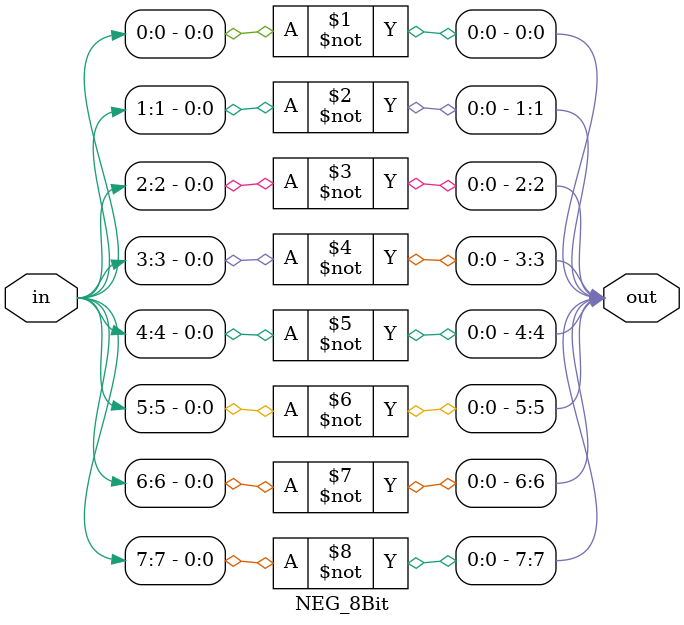
<source format=v>
`timescale 1ns / 1ps


module NEG_8Bit#(parameter SIZE = 8)(in, out);
    input [SIZE-1:0] in;
    output [SIZE-1:0] out;
    
    genvar i;
    generate
        for(i = 0; i < SIZE; i = i + 1) begin
            not nota(out[i], in[i]);
        end
    endgenerate
    
endmodule

</source>
